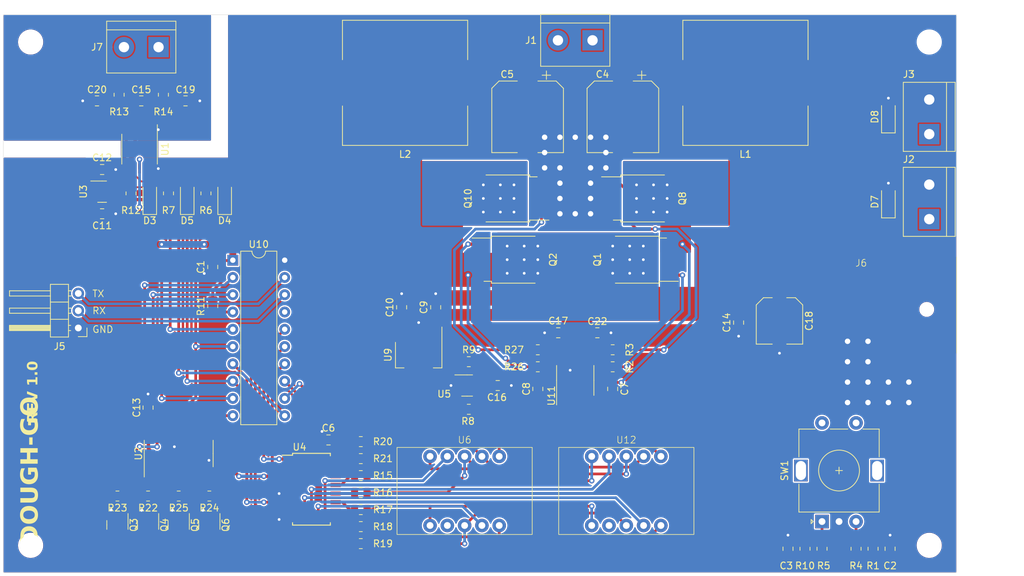
<source format=kicad_pcb>
(kicad_pcb (version 20221018) (generator pcbnew)
  (layers (0 "F.Cu" signal) (31 "B.Cu" signal) (34 "B.Paste" user) (35 "F.Paste" user) (36 "B.SilkS" user "B.Silkscreen") (37 "F.SilkS" user "F.Silkscreen") (38 "B.Mask" user) (39 "F.Mask" user) (44 "Edge.Cuts" user))
  (net 0 "")
  (net 1 "Net-(J1-Pin_2)")
  (net 2 "+12V")
  (net 3 "Net-(J1-Pin_1)")
  (net 4 "+5V")
  (net 5 "Net-(Q3-B)")
  (net 6 "Net-(Q3-C)")
  (net 7 "Net-(Q1-G)")
  (net 8 "Net-(Q2-G)")
  (net 9 "Net-(Q4-B)")
  (net 10 "Net-(Q4-C)")
  (net 11 "Net-(Q5-B)")
  (net 12 "Net-(Q5-C)")
  (net 13 "Net-(Q6-B)")
  (net 14 "Net-(Q6-C)")
  (net 15 "Net-(Q8-G)")
  (net 16 "Net-(Q10-G)")
  (net 17 "Net-(R1-Pad2)")
  (net 18 "Net-(R10-Pad1)")
  (net 21 "Net-(J7-Pin_1)")
  (net 22 "Net-(J7-Pin_2)")
  (net 23 "Net-(U4-Qa)")
  (net 24 "Net-(U4-Qb)")
  (net 25 "Net-(U4-Qc)")
  (net 26 "Net-(U4-Qd)")
  (net 27 "Net-(U4-Qe)")
  (net 28 "Net-(U4-Qf)")
  (net 29 "Net-(U4-Qg)")
  (net 30 "+3.3V")
  (net 31 "Net-(Q1-S)")
  (net 32 "Net-(Q10-D)")
  (net 33 "Net-(U10-RA3{slash}~{MCLR}{slash}VPP)")
  (net 35 "Net-(U1-T-)")
  (net 36 "Net-(U1-T+)")
  (net 37 "Net-(D3-A)")
  (net 38 "Net-(D4-A)")
  (net 39 "Net-(D5-A)")
  (net 40 "Net-(U2-QB)")
  (net 41 "Net-(U2-QA)")
  (net 42 "Net-(U2-QD)")
  (net 43 "Net-(U2-QC)")
  (net 49 "/ENC_B")
  (net 50 "/ENC_A")
  (net 51 "/CS_TC")
  (net 52 "/SCK")
  (net 53 "/DRDY")
  (net 54 "/DEC_B")
  (net 55 "/DEC_C")
  (net 56 "/DEC_D")
  (net 57 "/DEC_A")
  (net 58 "/CS_SR")
  (net 59 "/DIR_SEL")
  (net 60 "/PWM")
  (net 61 "GNDA")
  (net 63 "Net-(U11-BPWM)")
  (net 64 "Net-(U11-APWM)")
  (net 65 "Net-(U11-AHB)")
  (net 66 "Net-(U11-BHB)")
  (net 67 "Net-(U11-AHO)")
  (net 68 "Net-(U11-ALO)")
  (net 69 "Net-(U11-BHO)")
  (net 70 "Net-(U11-BLO)")
  (net 73 "Net-(U12-A)")
  (net 74 "Net-(U12-B)")
  (net 75 "Net-(U12-C)")
  (net 76 "Net-(U12-D)")
  (net 77 "Net-(U12-E)")
  (net 78 "Net-(U12-F)")
  (net 79 "Net-(U12-G)")
  (net 80 "/TX")
  (net 81 "/RX")
  (net 82 "/MOSI")
  (net 83 "/MISO")
  (footprint "TerminalBlock:TerminalBlock_bornier-2_P5.08mm" (layer "F.Cu") (at 183 32.54 90)
    (fp_text reference "J3")
    (fp_text value "FAN2")
  )
  (footprint "Capacitor_SMD:C_0805_2012Metric" (layer "F.Cu") (at 77.75 52.075 -90)
    (fp_text reference "C1")
    (fp_text value "100n")
  )
  (footprint "Capacitor_SMD:C_0805_2012Metric" (layer "F.Cu") (at 94.75 77.5 180)
    (fp_text reference "C6")
    (fp_text value "100n")
  )
  (footprint "Rotary_Encoder:RotaryEncoder_Alps_EC11E-Switch_Vertical_H20mm" (layer "F.Cu") (at 167.25 89.5 90)
    (fp_text reference "SW1")
    (fp_text value "Rotary_Encoder")
  )
  (footprint "Inductor_SMD:L_Wuerth_HCI-1890" (layer "F.Cu") (at 156 25 180)
    (fp_text reference "L1")
    (fp_text value "10u")
  )
  (footprint "Inductor_SMD:L_Wuerth_HCI-1890" (layer "F.Cu") (at 106 25 180)
    (fp_text reference "L2")
    (fp_text value "10u")
  )
  (footprint "TerminalBlock:TerminalBlock_bornier-2_P5.08mm" (layer "F.Cu") (at 133.54 18.75 180)
    (fp_text reference "J1")
    (fp_text value "TEC")
  )
  (footprint "TerminalBlock:TerminalBlock_bornier-2_P5.08mm" (layer "F.Cu") (at 183 45.04 90)
    (fp_text reference "J2")
    (fp_text value "FAN1")
  )
  (footprint "Capacitor_SMD:CP_Elec_10x10" (layer "F.Cu") (at 138 30 -90)
    (fp_text reference "C4")
    (fp_text value "470u")
  )
  (footprint "Capacitor_SMD:CP_Elec_10x10" (layer "F.Cu") (at 124 30 -90)
    (fp_text reference "C5")
    (fp_text value "470u")
  )
  (footprint "Capacitor_SMD:C_0805_2012Metric" (layer "F.Cu") (at 110.5 58 90)
    (fp_text reference "C9")
    (fp_text value "330n")
  )
  (footprint "Capacitor_SMD:C_0805_2012Metric" (layer "F.Cu") (at 105.5 58 90)
    (fp_text reference "C10")
    (fp_text value "100n")
  )
  (footprint "Resistor_SMD:R_0805_2012Metric" (layer "F.Cu") (at 77.75 57.825 90)
    (fp_text reference "R11")
    (fp_text value "10k")
  )
  (footprint "TerminalBlock:TerminalBlock_bornier-2_P5.08mm" (layer "F.Cu") (at 69.79 19.75 180)
    (fp_text reference "J7")
    (fp_text value "TC")
  )
  (footprint "Resistor_SMD:R_0805_2012Metric" (layer "F.Cu") (at 99.5 82.75)
    (fp_text reference "R15")
    (fp_text value "R_US")
  )
  (footprint "Resistor_SMD:R_0805_2012Metric" (layer "F.Cu") (at 99.5 85.25)
    (fp_text reference "R16")
    (fp_text value "R_US")
  )
  (footprint "Resistor_SMD:R_0805_2012Metric" (layer "F.Cu") (at 99.5 87.75)
    (fp_text reference "R17")
    (fp_text value "R_US")
  )
  (footprint "Resistor_SMD:R_0805_2012Metric" (layer "F.Cu") (at 99.5 90.25)
    (fp_text reference "R18")
    (fp_text value "R_US")
  )
  (footprint "Resistor_SMD:R_0805_2012Metric" (layer "F.Cu") (at 99.5 92.75)
    (fp_text reference "R19")
    (fp_text value "R_US")
  )
  (footprint "Resistor_SMD:R_0805_2012Metric" (layer "F.Cu") (at 99.5 77.75)
    (fp_text reference "R20")
    (fp_text value "R_US")
  )
  (footprint "Resistor_SMD:R_0805_2012Metric" (layer "F.Cu") (at 99.5 80.25)
    (fp_text reference "R21")
    (fp_text value "R_US")
  )
  (footprint "Resistor_SMD:R_0805_2012Metric" (layer "F.Cu") (at 68.25 85.75)
    (fp_text reference "R22")
    (fp_text value "10k")
  )
  (footprint "Resistor_SMD:R_0805_2012Metric" (layer "F.Cu") (at 63.75 85.75)
    (fp_text reference "R23")
    (fp_text value "10k")
  )
  (footprint "Resistor_SMD:R_0805_2012Metric" (layer "F.Cu") (at 77.25 85.75)
    (fp_text reference "R24")
    (fp_text value "10k")
  )
  (footprint "Resistor_SMD:R_0805_2012Metric" (layer "F.Cu") (at 72.75 85.75)
    (fp_text reference "R25")
    (fp_text value "10k")
  )
  (footprint "Diode_SMD:D_SOD-123" (layer "F.Cu") (at 177 42.5 90)
    (fp_text reference "D7")
    (fp_text value "D")
  )
  (footprint "Diode_SMD:D_SOD-123" (layer "F.Cu") (at 177 30 90)
    (fp_text reference "D8")
    (fp_text value "D")
  )
  (footprint "Capacitor_SMD:C_0805_2012Metric" (layer "F.Cu") (at 177.25 93.5 -90)
    (fp_text reference "C2")
    (fp_text value "10n")
  )
  (footprint "Capacitor_SMD:C_0805_2012Metric" (layer "F.Cu") (at 162.25 93.5 -90)
    (fp_text reference "C3")
    (fp_text value "10n")
  )
  (footprint "Resistor_SMD:R_0805_2012Metric" (layer "F.Cu") (at 174.75 93.5 90)
    (fp_text reference "R1")
    (fp_text value "10k")
  )
  (footprint "Resistor_SMD:R_0805_2012Metric" (layer "F.Cu") (at 172.25 93.5 -90)
    (fp_text reference "R4")
    (fp_text value "10k")
  )
  (footprint "Resistor_SMD:R_0805_2012Metric" (layer "F.Cu") (at 167.25 93.5 -90)
    (fp_text reference "R5")
    (fp_text value "10k")
  )
  (footprint "Resistor_SMD:R_0805_2012Metric" (layer "F.Cu") (at 164.75 93.5 -90)
    (fp_text reference "R10")
    (fp_text value "10k")
  )
  (footprint "Resistor_SMD:R_0805_2012Metric" (layer "F.Cu") (at 70.5 26.75 -90)
    (fp_text reference "R14")
    (fp_text value "100R")
  )
  (footprint "Capacitor_SMD:C_0805_2012Metric" (layer "F.Cu") (at 119.6125 69.5)
    (fp_text reference "C16")
    (fp_text value "100n")
  )
  (footprint "1_CUSTOM:LTD-4708JR" (layer "F.Cu") (at 138.5 85)
    (fp_text reference "U12")
    (fp_text value "LTD-4708JR")
  )
  (footprint "Package_DIP:DIP-20_W7.62mm" (layer "F.Cu") (at 80.7 51.075)
    (fp_text reference "U10")
    (fp_text value "PIC16F18344-P")
  )
  (footprint "Capacitor_SMD:C_0805_2012Metric" (layer "F.Cu") (at 134.25 61.75)
    (fp_text reference "C22")
    (fp_text value "1u")
  )
  (footprint "Capacitor_SMD:C_0805_2012Metric" (layer "F.Cu") (at 68.25 72.75 90)
    (fp_text reference "C13")
    (fp_text value "100n")
  )
  (footprint "Package_TO_SOT_SMD:SOT-23" (layer "F.Cu") (at 61.5 41)
    (fp_text reference "U3")
    (fp_text value "TLV76033")
  )
  (footprint "Package_TO_SOT_SMD:SOT-23" (layer "F.Cu") (at 77.25 90 -90)
    (fp_text reference "Q6")
    (fp_text value "BC846")
  )
  (footprint "Capacitor_SMD:C_0805_2012Metric" (layer "F.Cu") (at 60.75 27.65)
    (fp_text reference "C20")
    (fp_text value "10n")
  )
  (footprint "Package_SO:TSSOP-14_4.4x5mm_P0.65mm" (layer "F.Cu") (at 67 34.75 -90)
    (fp_text reference "U1")
    (fp_text value "MAX31856")
  )
  (footprint "MountingHole:MountingHole_3.2mm_M3" (layer "F.Cu") (at 51 93)
    (fp_text reference "H3" hide)
    (fp_text value "MountingHole" hide)
  )
  (footprint "Package_TO_SOT_SMD:TO-252-2" (layer "F.Cu") (at 141 42)
    (fp_text reference "Q8")
    (fp_text value "Q_NMOS_GDS")
  )
  (footprint "Resistor_SMD:R_0805_2012Metric" (layer "F.Cu") (at 125.5 66.75)
    (fp_text reference "R26")
    (fp_text value "10R")
  )
  (footprint "Package_TO_SOT_SMD:SOT-23" (layer "F.Cu") (at 68.25 90 -90)
    (fp_text reference "Q4")
    (fp_text value "BC846")
  )
  (footprint "Connector_PinHeader_2.54mm:PinHeader_1x03_P2.54mm_Horizontal" (layer "F.Cu") (at 58 61.04 180)
    (fp_text reference "J5")
    (fp_text value "UART")
  )
  (footprint "Package_TO_SOT_SMD:SOT-23-6" (layer "F.Cu") (at 115.1125 69.5)
    (fp_text reference "U5")
    (fp_text value "74LVC1G18")
  )
  (footprint "Diode_SMD:D_SOD-123" (layer "F.Cu") (at 79.5 42 90)
    (fp_text reference "D4")
    (fp_text value "D")
  )
  (footprint "Resistor_SMD:R_0805_2012Metric" (layer "F.Cu") (at 115.3625 73 180)
    (fp_text reference "R8")
    (fp_text value "10k")
  )
  (footprint "Resistor_SMD:R_0805_2012Metric" (layer "F.Cu") (at 64 26.75 -90)
    (fp_text reference "R13")
    (fp_text value "100R")
  )
  (footprint "Package_TO_SOT_SMD:TO-252-2" (layer "F.Cu") (at 121 42 180)
    (fp_text reference "Q10")
    (fp_text value "Q_NMOS_GDS")
  )
  (footprint "Package_TO_SOT_SMD:SOT-23" (layer "F.Cu") (at 72.75 90 -90)
    (fp_text reference "Q5")
    (fp_text value "BC846")
  )
  (footprint "Package_TO_SOT_SMD:TO-252-2" (layer "F.Cu") (at 140 51 180)
    (fp_text reference "Q1")
    (fp_text value "Q_NMOS_GDS")
  )
  (footprint "Capacitor_SMD:C_0805_2012Metric" (layer "F.Cu") (at 128.5 61.75 180)
    (fp_text reference "C17")
    (fp_text value "1u")
  )
  (footprint "Capacitor_SMD:C_Elec_6.3x5.4" (layer "F.Cu") (at 161 60 -90)
    (fp_text reference "C18")
    (fp_text value "100u")
  )
  (footprint "Resistor_SMD:R_0805_2012Metric" (layer "F.Cu") (at 65.75 41.25 90)
    (fp_text reference "R12")
    (fp_text value "10k")
  )
  (footprint "Diode_SMD:D_SOD-123" (layer "F.Cu") (at 74 42 90)
    (fp_text reference "D5")
    (fp_text value "D")
  )
  (footprint "1_CUSTOM:LTD-4708JR" (layer "F.Cu") (at 114.75 85)
    (fp_text reference "U6")
    (fp_text value "LTD-4708JR")
  )
  (footprint "Capacitor_SMD:C_0805_2012Metric" (layer "F.Cu") (at 125.5 70 90)
    (fp_text reference "C8")
    (fp_text value "1u")
  )
  (footprint "Resistor_SMD:R_0805_2012Metric" (layer "F.Cu") (at 115.3625 66)
    (fp_text reference "R9")
    (fp_text value "10k")
  )
  (footprint "Resistor_SMD:R_0805_2012Metric" (layer "F.Cu") (at 71.25 41.25 90)
    (fp_text reference "R7")
    (fp_text value "10k")
  )
  (footprint "Resistor_SMD:R_0805_2012Metric" (layer "F.Cu") (at 136.5 66.75)
    (fp_text reference "R2")
    (fp_text value "10R")
  )
  (footprint "Package_TO_SOT_SMD:SOT-223" (layer "F.Cu") (at 108 65 -90)
    (fp_text reference "U9")
    (fp_text value "uA7805")
  )
  (footprint "MountingHole:MountingHole_3.2mm_M3" (layer "F.Cu") (at 183 93)
    (fp_text reference "H4" hide)
    (fp_text value "MountingHole" hide)
  )
  (footprint "Package_TO_SOT_SMD:TO-252-2" (layer "F.Cu") (at 122 51)
    (fp_text reference "Q2")
    (fp_text value "Q_NMOS_GDS")
  )
  (footprint "Resistor_SMD:R_0805_2012Metric" (layer "F.Cu") (at 76.75 41.25 90)
    (fp_text reference "R6")
    (fp_text value "10k")
  )
  (footprint "Capacitor_SMD:C_0805_2012Metric" (layer "F.Cu") (at 61.5 37.75)
    (fp_text reference "C12")
    (fp_text value "100n")
  )
  (footprint "Capacitor_SMD:C_0805_2012Metric" (layer "F.Cu") (at 61.5 44.25)
    (fp_text reference "C11")
    (fp_text value "100n")
  )
  (footprint "Resistor_SMD:R_0805_2012Metric" (layer "F.Cu") (at 125.5 64.25)
    (fp_text reference "R27")
    (fp_text value "2R")
  )
  (footprint "Capacitor_SMD:C_0805_2012Metric" (layer "F.Cu") (at 136.5 70 -90)
    (fp_text reference "C7")
    (fp_text value "1u")
  )
  (footprint "Capacitor_SMD:C_0805_2012Metric" (layer "F.Cu") (at 155 60.25 -90)
    (fp_text reference "C14")
    (fp_text value "4.7u")
  )
  (footprint "Resistor_SMD:R_0805_2012Metric" (layer "F.Cu") (at 136.5 64.25)
    (fp_text reference "R3")
    (fp_text value "2R")
  )
  (footprint "Capacitor_SMD:C_0805_2012Metric" (layer "F.Cu") (at 73.75 27.65 180)
    (fp_text reference "C19")
    (fp_text value "10n")
  )
  (footprint "Capacitor_SMD:C_0805_2012Metric" (layer "F.Cu") (at 67.25 27.65 180)
    (fp_text reference "C15")
    (fp_text value "100n")
  )
  (footprint "MountingHole:MountingHole_3.2mm_M3" (layer "F.Cu") (at 51 19)
    (fp_text reference "H1" hide)
    (fp_text value "MountingHole" hide)
  )
  (footprint "1_CUSTOM:RASM10PS" (layer "F.Cu") (at 169.727 57.5461 180)
    (fp_text reference "J6")
    (fp_text value "Barrel_Jack_Switch")
  )
  (footprint "Package_SO:SOIC-16W_5.3x10.2mm_P1.27mm" (layer "F.Cu") (at 92.25 84.75)
    (fp_text reference "U4")
    (fp_text value "4511")
  )
  (footprint "Package_SO:TSSOP-16_4.4x5mm_P0.65mm" (layer "F.Cu") (at 131 68.75 90)
    (fp_text reference "U11")
    (fp_text value "MIC4606-2")
  )
  (footprint "Package_SO:SOIC-16_3.9x9.9mm_P1.27mm" (layer "F.Cu") (at 72.75 79.5 90)
    (fp_text reference "U2")
    (fp_text value "74AHC595")
  )
  (footprint "Diode_SMD:D_SOD-123" (layer "F.Cu") (at 68.5 42 90)
    (fp_text reference "D3")
    (fp_text value "D")
  )
  (footprint "Package_TO_SOT_SMD:SOT-23" (layer "F.Cu") (at 63.75 90 -90)
    (fp_text reference "Q3")
    (fp_text value "BC846")
  )
  (footprint "MountingHole:MountingHole_3.2mm_M3" (layer "F.Cu") (at 183 19)
    (fp_text reference "H2" hide)
    (fp_text value "MountingHole" hide)
  )
  (gr_line (start 47 97) (end 47 15) (stroke (width 0.05)) (layer "Edge.Cuts"))
  (gr_line (start 187 97) (end 47 97) (stroke (width 0.05)) (layer "Edge.Cuts"))
  (gr_line (start 187 15) (end 187 97) (stroke (width 0.05)) (layer "Edge.Cuts"))
  (gr_line (start 47 15) (end 187 15) (stroke (width 0.05)) (layer "Edge.Cuts"))
  (gr_text "DOUGH-GO" (at 51 82 90) (layer "F.SilkS") (effects (font (size 2.5 2.5) (thickness 0.5) bold)))
  (gr_text "GND" (at 60 61.25) (layer "F.SilkS") (effects (font (size 1 1) (thickness 0.125)) (justify left)))
  (gr_text "RX" (at 60 58.5) (layer "F.SilkS") (effects (font (size 1 1) (thickness 0.125)) (justify left)))
  (gr_text "TX" (at 60 56) (layer "F.SilkS") (effects (font (size 1 1) (thickness 0.125)) (justify left)))
  (gr_text "REV 1.0" (at 52.25 75 90) (layer "F.SilkS") (effects (font (size 1.5 1.5) (thickness 0.3) bold) (justify left bottom)))
  (segment (start 131.325 65.8875) (end 131.325 67.925) (width 0.5) (layer "F.Cu") (net 2))
  (segment (start 129.375 69.875) (end 129.375 71.6125) (width 0.5) (layer "F.Cu") (net 2))
  (segment (start 131.325 67.925) (end 129.375 69.875) (width 0.5) (layer "F.Cu") (net 2))
  (via (at 139 53) (size 0.8) (drill 0.4) (layers "F.Cu" "B.Cu") (net 2))
  (via (at 125.5 53) (size 0.8) (drill 0.4) (layers "F.Cu" "B.Cu") (net 2))
  (via (at 136.5 53) (size 0.8) (drill 0.4) (layers "F.Cu" "B.Cu") (net 2))
  (via (at 141 49) (size 0.8) (drill 0.4) (layers "F.Cu" "B.Cu") (net 2))
  (via (at 125.5 49) (size 0.8) (drill 0.4) (layers "F.Cu" "B.Cu") (net 2))
  (via (at 139 51) (size 0.8) (drill 0.4) (layers "F.Cu" "B.Cu") (net 2))
  (via (at 136.5 49) (size 0.8) (drill 0.4) (layers "F.Cu" "B.Cu") (net 2))
  (via (at 141 51) (size 0.8) (drill 0.4) (layers "F.Cu" "B.Cu") (net 2))
  (via (at 136.5 51) (size 0.8) (drill 0.4) (layers "F.Cu" "B.Cu") (net 2))
  (via (at 121 53) (size 0.8) (drill 0.4) (layers "F.Cu" "B.Cu") (net 2))
  (via (at 141 53) (size 0.8) (drill 0.4) (layers "F.Cu" "B.Cu") (net 2))
  (via (at 121 49) (size 0.8) (drill 0.4) (layers "F.Cu" "B.Cu") (net 2))
  (via (at 123.5 51) (size 0.8) (drill 0.4) (layers "F.Cu" "B.Cu") (net 2))
  (via (at 121 51) (size 0.8) (drill 0.4) (layers "F.Cu" "B.Cu") (net 2))
  (via (at 139 49) (size 0.8) (drill 0.4) (layers "F.Cu" "B.Cu") (net 2))
  (via (at 123.5 53) (size 0.8) (drill 0.4) (layers "F.Cu" "B.Cu") (net 2))
  (via (at 125.5 51) (size 0.8) (drill 0.4) (layers "F.Cu" "B.Cu") (net 2))
  (via (at 123.5 49) (size 0.8) (drill 0.4) (layers "F.Cu" "B.Cu") (net 2))
  (segment (start 80.7 48.8) (end 80.7 51.075) (width 1) (layer "F.Cu") (net 4))
  (segment (start 60.55 46.45) (end 60.55 44.25) (width 1) (layer "F.Cu") (net 4))
  (segment (start 115.0375 67.675) (end 115.0375 69.5) (width 0.4) (layer "F.Cu") (net 4))
  (segment (start 114.45 66) (end 114.45 67.0875) (width 0.4) (layer "F.Cu") (net 4))
  (segment (start 68.305 77.025) (end 68.305 78.805) (width 0.5) (layer "F.Cu") (net 4))
  (segment (start 88.7 82.845) (end 85.25 82.845) (width 0.5) (layer "F.Cu") (net 4))
  (segment (start 60.55 44.25) (end 60.55 41.9625) (width 0.5) (layer "F.Cu") (net 4))
  (segment (start 114.4 65.95) (end 114.45 66) (width 1) (layer "F.Cu") (net 4))
  (segment (start 114.45 73) (end 99.25 73) (width 1) (layer "F.Cu") (net 4))
  (segment (start 75.925 79.5) (end 75.925 77.025) (width 0.5) (layer "F.Cu") (net 4))
  (segment (start 70.25 48.75) (end 62.85 48.75) (width 1) (layer "F.Cu") (net 4))
  (segment (start 141.5 74.5) (end 115 74.5) (width 0.4) (layer "F.Cu") (net 4))
  (segment (start 77.75 51.125) (end 79.25 51.125) (width 0.4) (layer "F.Cu") (net 4))
  (segment (start 90.155 82.845) (end 92.695 80.305) (width 0.5) (layer "F.Cu") (net 4))
  (segment (start 77.75 56.9125) (end 77.75 55.575) (width 0.4) (layer "F.Cu") (net 4))
  (segment (start 105.7 61.85) (end 94.85 61.85) (width 1) (layer "F.Cu") (net 4))
  (segment (start 167 93.5) (end 160.5 93.5) (width 0.4) (layer "F.Cu") (net 4))
  (segment (start 114.45 67.0875) (end 115.0375 67.675) (width 0.4) (layer "F.Cu") (net 4))
  (segment (start 114.45 71.9125) (end 114.45 73) (width 0.4) (layer "F.Cu") (net 4))
  (segment (start 116.25 69.5) (end 118.6625 69.5) (width 0.4) (layer "F.Cu") (net 4))
  (segment (start 167.25 94.4125) (end 167.25 93.75) (width 0.4) (layer "F.Cu") (net 4))
  (segment (start 167.25 94.4125) (end 172.25 94.4125) (width 0.4) (layer "F.Cu") (net 4))
  (segment (start 108 66) (end 112 66) (width 1) (layer "F.Cu") (net 4))
  (segment (start 94.85 61.85) (end 91.25 58.25) (width 1) (layer "F.Cu") (net 4))
  (segment (start 68.305 78.805) (end 69 79.5) (width 0.5) (layer "F.Cu") (net 4))
  (segment (start 88.7 84.115) (end 88.7 82.845) (width 0.4) (layer "F.Cu") (net 4))
  (segment (start 115.0375 71.325) (end 114.45 71.9125) (width 0.4) (layer "F.Cu") (net 4))
  (segment (start 95.8 76.45) (end 95.8 80.305) (width 1) (layer "F.Cu") (net 4))
  (segment (start 77.75 55.575) (end 79.25 54.075) (width 0.4) (layer "F.Cu") (net 4))
  (segment (start 167.25 93.75) (end 167 93.5) (width 0.4) (layer "F.Cu") (net 4))
  (segment (start 116.25 69.5) (end 115.0375 69.5) (width 0.4) (layer "F.Cu") (net 4))
  (segment (start 88.7 82.845) (end 90.155 82.845) (width 0.5) (layer "F.Cu") (net 4))
  (segment (start 115 74.5) (end 114.45 73.95) (width 0.4) (layer "F.Cu") (net 4))
  (segment (start 114.45 73.95) (end 114.45 73) (width 0.4) (layer "F.Cu") (net 4))
  (segment (start 105.7 61.85) (end 105.7 63.7) (width 1) (layer "F.Cu") (net 4))
  (segment (start 81.595 82.845) (end 78.25 79.5) (width 0.5) (layer "F.Cu") (net 4))
  (segment (start 91.25 51.25) (end 88.75 48.75) (width 1) (layer "F.Cu") (net 4))
  (segment (start 68.305 77.025) (end 68.305 73.755) (width 0.5) (layer "F.Cu") (net 4))
  (segment (start 115.0375 69.5) (end 115.0375 71.325) (width 0.4) (layer "F.Cu") (net 4))
  (segment (start 105.7 63.7) (end 108 66) (width 1) (layer "F.Cu") (net 4))
  (segment (start 76.5 48.75) (end 82.5 48.75) (width 1) (layer "F.Cu") (net 4))
  (segment (start 91.25 58.25) (end 91.25 51.25) (width 1) (layer "F.Cu") (net 4))
  (segment (start 79.25 54.075) (end 79.25 51.125) (width 0.4) (layer "F.Cu") (net 4))
  (segment (start 79.25 51.125) (end 80.65 51.125) (width 0.4) (layer "F.Cu") (net 4))
  (segment (start 80.75 48.75) (end 80.7 48.8) (width 1) (layer "F.Cu") (net 4))
  (segment (start 69 79.5) (end 78.25 79.5) (width 0.5) (layer "F.Cu") (net 4))
  (segment (start 112 66) (end 114.45 66) (width 1) (layer "F.Cu") (net 4))
  (segment (start 99.25 73) (end 95.8 76.45) (width 1) (layer "F.Cu") (net 4))
  (segment (start 92.695 80.305) (end 95.8 80.305) (width 0.5) (layer "F.Cu") (net 4))
  (segment (start 62.85 48.75) (end 60.55 46.45) (width 1) (layer "F.Cu") (net 4))
  (segment (start 160.5 93.5) (end 141.5 74.5) (width 0.4) (layer "F.Cu") (net 4))
  (segment (start 88.75 48.75) (end 82.5 48.75) (width 1) (layer "F.Cu") (net 4))
  (via (at 70.25 48.75) (size 0.8) (drill 0.4) (layers "F.Cu" "B.Cu") (net 4))
  (via (at 85.25 82.845) (size 0.8) (drill 0.4) (layers "F.Cu" "B.Cu") (net 4))
  (via (at 76.5 48.75) (size 0.8) (drill 0.4) (layers "F.Cu" "B.Cu") (net 4))
  (via (at 81.595 82.845) (size 0.8) (drill 0.4) (layers "F.Cu" "B.Cu") (net 4))
  (segment (start 85.25 82.845) (end 81.595 82.845) (width 0.5) (layer "B.Cu") (net 4))
  (segment (start 70.25 48.75) (end 76.5 48.75) (width 1) (layer "B.Cu") (net 4))
  (segment (start 64.7 89.0625) (end 64.7 85.7875) (width 0.25) (layer "F.Cu") (net 5))
  (segment (start 64.5 91) (end 63.75 91) (width 0.4) (layer "F.Cu") (net 6))
  (segment (start 90 93.75) (end 67.25 93.75) (width 0.4) (layer "F.Cu") (net 6))
  (segment (start 67.25 93.75) (end 64.5 91) (width 0.4) (layer "F.Cu") (net 6))
  (segment (start 94.25 89.5) (end 90 93.75) (width 0.4) (layer "F.Cu") (net 6))
  (segment (start 94.25 83.5) (end 94.25 89.5) (width 0.4) (layer "F.Cu") (net 6))
  (via (at 94.25 83.5) (size 0.8) (drill 0.4) (layers "F.Cu" "B.Cu") (net 6))
  (segment (start 112.25 79.88) (end 112.21 79.92) (width 0.4) (layer "B.Cu") (net 6))
  (segment (start 108.63 83.5) (end 112.21 79.92) (width 0.4) (layer "B.Cu") (net 6))
  (segment (start 94.25 83.5) (end 108.63 83.5) (width 0.4) (layer "B.Cu") (net 6))
  (segment (start 137.4125 66.75) (end 138.5 66.75) (width 0.4) (layer "F.Cu") (net 7))
  (segment (start 145.04 53.28) (end 146.75 53.28) (width 0.5) (layer "F.Cu") (net 7))
  (via (at 146.75 53.28) (size 0.8) (drill 0.4) (layers "F.Cu" "B.Cu") (net 7))
  (via (at 138.5 66.75) (size 0.8) (drill 0.4) (layers "F.Cu" "B.Cu") (net 7))
  (segment (start 138.5 66.75) (end 146.75 58.5) (width 0.4) (layer "B.Cu") (net 7))
  (segment (start 146.75 58.5) (end 146.75 53.28) (width 0.4) (layer "B.Cu") (net 7))
  (segment (start 124.5875 66.75) (end 123.5 66.75) (width 0.4) (layer "F.Cu") (net 8))
  (segment (start 116.96 48.72) (end 115.25 48.72) (width 0.5) (layer "F.Cu") (net 8))
  (via (at 123.5 66.75) (size 0.8) (drill 0.4) (layers "F.Cu" "B.Cu") (net 8))
  (via (at 115.25 48.72) (size 0.8) (drill 0.4) (layers "F.Cu" "B.Cu") (net 8))
  (segment (start 120.5 66.75) (end 114.25 60.5) (width 0.4) (layer "B.Cu") (net 8))
  (segment (start 114.25 49.72) (end 115.25 48.72) (width 0.4) (layer "B.Cu") (net 8))
  (segment (start 114.25 60.5) (end 114.25 49.72) (width 0.4) (layer "B.Cu") (net 8))
  (segment (start 123.5 66.75) (end 120.5 66.75) (width 0.4) (layer "B.Cu") (net 8))
  (segment (start 69.2 89.0625) (end 69.2 85.7875) (width 0.25) (layer "F.Cu") (net 9))
  (segment (start 93.25 89.25) (end 89.5 93) (width 0.4) (layer "F.Cu") (net 10))
  (segment (start 71 93) (end 69 91) (width 0.4) (layer "F.Cu") (net 10))
  (segment (start 89.5 93) (end 71 93) (width 0.4) (layer "F.Cu") (net 10))
  (segment (start 93.25 87.25) (end 93.25 89.25) (width 0.4) (layer "F.Cu") (net 10))
  (segment (start 69 91) (end 68.25 91) (width 0.4) (layer "F.Cu") (net 10))
  (via (at 93.25 87.25) (size 0.8) (drill 0.4) (layers "F.Cu" "B.Cu") (net 10))
  (segment (start 114.46 87.25) (end 117.29 90.08) (width 0.4) (layer "B.Cu") (net 10))
  (segment (start 93.25 87.25) (end 114.46 87.25) (width 0.4) (layer "B.Cu") (net 10))
  (segment (start 73.7 89.0625) (end 73.7 85.7875) (width 0.25) (layer "F.Cu") (net 11))
  (segment (start 74.75 92.25) (end 89 92.25) (width 0.4) (layer "F.Cu") (net 12))
  (segment (start 89 92.25) (end 92.25 89) (width 0.4) (layer "F.Cu") (net 12))
  (segment (start 73.5 91) (end 74.75 92.25) (width 0.4) (layer "F.Cu") (net 12))
  (segment (start 92.25 89) (end 92.25 84.75) (width 0.4) (layer "F.Cu") (net 12))
  (segment (start 72.75 91) (end 73.5 91) (width 0.4) (layer "F.Cu") (net 12))
  (via (at 92.25 84.75) (size 0.8) (drill 0.4) (layers "F.Cu" "B.Cu") (net 12))
  (segment (start 133.5 84.75) (end 135.96 82.29) (width 0.4) (layer "B.Cu") (net 12))
  (segment (start 92.25 84.75) (end 133.5 84.75) (width 0.4) (layer "B.Cu") (net 12))
  (segment (start 135.96 82.29) (end 135.96 79.92) (width 0.4) (layer "B.Cu") (net 12))
  (segment (start 78.2 89.0625) (end 78.2 85.7875) (width 0.25) (layer "F.Cu") (net 13))
  (segment (start 78.5 91.5) (end 78 91) (width 0.4) (layer "F.Cu") (net 14))
  (segment (start 78 91) (end 77.25 91) (width 0.4) (layer "F.Cu") (net 14))
  (segment (start 88.625 91.5) (end 78.5 91.5) (width 0.4) (layer "F.Cu") (net 14))
  (segment (start 91.25 88.875) (end 88.625 91.5) (width 0.4) (layer "F.Cu") (net 14))
  (segment (start 91.25 86) (end 91.25 88.875) (width 0.4) (layer "F.Cu") (net 14))
  (via (at 91.25 86) (size 0.8) (drill 0.4) (layers "F.Cu" "B.Cu") (net 14))
  (segment (start 136.96 86) (end 141.04 90.08) (width 0.4) (layer "B.Cu") (net 14))
  (segment (start 91.25 86) (end 136.96 86) (width 0.4) (layer "B.Cu") (net 14))
  (segment (start 140 46.5) (end 142.75 46.5) (width 0.4) (layer "F.Cu") (net 15))
  (segment (start 135.96 39.72) (end 137.47 39.72) (width 0.4) (layer "F.Cu") (net 15))
  (segment (start 137.47 39.72) (end 138.25 40.5) (width 0.4) (layer "F.Cu") (net 15))
  (segment (start 144 64.25) (end 137.4125 64.25) (width 0.4) (layer "F.Cu") (net 15))
  (segment (start 138.25 40.5) (end 138.25 44.75) (width 0.4) (layer "F.Cu") (net 15))
  (segment (start 138.25 44.75) (end 140 46.5) (width 0.4) (layer "F.Cu") (net 15))
  (via (at 142.75 46.5) (size 0.8) (drill 0.4) (layers "F.Cu" "B.Cu") (net 15))
  (via (at 144 64.25) (size 0.8) (drill 0.4) (layers "F.Cu" "B.Cu") (net 15))
  (segment (start 148.75 59.5) (end 148.75 49.25) (width 0.4) (layer "B.Cu") (net 15))
  (segment (start 148.75 49.25) (end 146 46.5) (width 0.4) (layer "B.Cu") (net 15))
  (segment (start 146 46.5) (end 142.75 46.5) (width 0.4) (layer "B.Cu") (net 15))
  (segment (start 144 64.25) (end 148.75 59.5) (width 0.4) (layer "B.Cu") (net 15))
  (segment (start 116.75 64.25) (end 124.5875 64.25) (width 0.4) (layer "F.Cu") (net 16))
  (segment (start 126.04 44.28) (end 126.04 45.5) (width 0.4) (layer "F.Cu") (net 16))
  (via (at 126.04 45.5) (size 0.8) (drill 0.4) (layers "F.Cu" "B.Cu") (net 16))
  (via (at 116.75 64.25) (size 0.8) (drill 0.4) (layers "F.Cu" "B.Cu") (net 16))
  (segment (start 113.25 49.588629) (end 116.338629 46.5) (width 0.4) (layer "B.Cu") (net 16))
  (segment (start 113.25 60.75) (end 113.25 49.588629) (width 0.4) (layer "B.Cu") (net 16))
  (segment (start 116.338629 46.5) (end 125.04 46.5) (width 0.4) (layer "B.Cu") (net 16))
  (segment (start 116.75 64.25) (end 113.25 60.75) (width 0.4) (layer "B.Cu") (net 16))
  (segment (start 125.04 46.5) (end 126.04 45.5) (width 0.4) (layer "B.Cu") (net 16))
  (segment (start 172.25 89.503) (end 172.24 89.493) (width 0.4) (layer "F.Cu") (net 17))
  (segment (start 174.75 92.5875) (end 172.25 92.5875) (width 0.4) (layer "F.Cu") (net 17))
  (segment (start 172.25 92.5875) (end 172.25 89.503) (width 0.4) (layer "F.Cu") (net 17))
  (segment (start 167.25 92.5875) (end 164.75 92.5875) (width 0.4) (layer "F.Cu") (net 18))
  (segment (start 167.25 92.5875) (end 167.25 89.503) (width 0.4) (layer "F.Cu") (net 18))
  (segment (start 167.25 89.503) (end 167.24 89.493) (width 0.4) (layer "F.Cu") (net 18))
  (segment (start 68.3 31.8875) (end 68.3 31.125) (width 0.25) (layer "F.Cu") (net 21))
  (segment (start 70.425 29) (end 73.244087 29) (width 0.25) (layer "F.Cu") (net 21))
  (segment (start 68.3 31.125) (end 70.425 29) (width 0.25) (layer "F.Cu") (net 21))
  (segment (start 73.75 28.494087) (end 73.75 26.75) (width 0.25) (layer "F.Cu") (net 21))
  (segment (start 72.8375 25.8375) (end 70.5 25.8375) (width 0.25) (layer "F.Cu") (net 21))
  (segment (start 73.75 26.75) (end 72.8375 25.8375) (width 0.25) (layer "F.Cu") (net 21))
  (segment (start 73.244087 29) (end 73.75 28.494087) (width 0.25) (layer "F.Cu") (net 21))
  (segment (start 96.635 84.115) (end 95.8 84.115) (width 0.4) (layer "F.Cu") (net 23))
  (segment (start 98.5875 82.75) (end 98 82.75) (width 0.4) (layer "F.Cu") (net 23))
  (segment (start 98 82.75) (end 96.635 84.115) (width 0.4) (layer "F.Cu") (net 23))
  (segment (start 98.4525 85.385) (end 95.8 85.385) (width 0.4) (layer "F.Cu") (net 24))
  (segment (start 97.875 87.75) (end 96.78 86.655) (width 0.4) (layer "F.Cu") (net 25))
  (segment (start 96.78 86.655) (end 95.8 86.655) (width 0.4) (layer "F.Cu") (net 25))
  (segment (start 98.5875 87.75) (end 97.875 87.75) (width 0.4) (layer "F.Cu") (net 25))
  (segment (start 97.75 90.25) (end 97.25 89.75) (width 0.4) (layer "F.Cu") (net 26))
  (segment (start 97.25 89.75) (end 97.25 88.25) (width 0.4) (layer "F.Cu") (net 26))
  (segment (start 97.25 88.25) (end 96.925 87.925) (width 0.4) (layer "F.Cu") (net 26))
  (segment (start 98.5875 90.25) (end 97.75 90.25) (width 0.4) (layer "F.Cu") (net 26))
  (segment (start 96.925 87.925) (end 95.8 87.925) (width 0.4) (layer "F.Cu") (net 26))
  (segment (start 95.8 90.8) (end 97.75 92.75) (width 0.4) (layer "F.Cu") (net 27))
  (segment (start 98.5875 92.75) (end 97.75 92.75) (width 0.4) (layer "F.Cu") (net 27))
  (segment (start 95.8 89.195) (end 95.8 90.8) (width 0.4) (layer "F.Cu") (net 27))
  (segment (start 97.15 81.225) (end 96.8 81.575) (width 0.4) (layer "F.Cu") (net 28))
  (segment (start 97.75 77.75) (end 97.15 78.35) (width 0.4) (layer "F.Cu") (net 28))
  (segment (start 98.5875 77.75) (end 97.75 77.75) (width 0.4) (layer "F.Cu") (net 28))
  (segment (start 96.8 81.575) (end 95.8 81.575) (width 0.4) (layer "F.Cu") (net 28))
  (segment (start 97.15 78.35) (end 97.15 81.225) (width 0.4) (layer "F.Cu") (net 28))
  (segment (start 98.5875 80.25) (end 98 80.25) (width 0.4) (layer "F.Cu") (net 29))
  (segment (start 96.829264 82.845) (end 95.8 82.845) (width 0.4) (layer "F.Cu") (net 29))
  (segment (start 97.75 81.924264) (end 96.829264 82.845) (width 0.4) (layer "F.Cu") (net 29))
  (segment (start 98 80.25) (end 97.75 80.5) (width 0.4) (layer "F.Cu") (net 29))
  (segment (start 97.75 80.5) (end 97.75 81.924264) (width 0.4) (layer "F.Cu") (net 29))
  (segment (start 65.05 36.747182) (end 65.05 37.6125) (width 0.5) (layer "F.Cu") (net 30))
  (segment (start 64.25 41.75) (end 64.25 40) (width 0.5) (layer "F.Cu") (net 30))
  (segment (start 64.25 40) (end 64.2 40.05) (width 0.5) (layer "F.Cu") (net 30))
  (segment (start 65.75 42.1625) (end 64.6625 42.1625) (width 0.5) (layer "F.Cu") (net 30))
  (segment (start 71.25 42.1625) (end 65.75 42.1625) (width 0.5) (layer "F.Cu") (net 30))
  (segment (start 65.05 37.6125) (end 65.05 39.2) (width 0.5) (layer "F.Cu") (net 30))
  (segment (start 64.2 40.05) (end 60.5625 40.05) (width 0.5) (layer "F.Cu") (net 30))
  (segment (start 60.55 37.75) (end 60.55 40.0375) (width 0.5) (layer "F.Cu") (net 30))
  (segment (start 66.35 35.447182) (end 65.05 36.747182) (width 0.5) (layer "F.Cu") (net 30))
  (segment (start 65.05 39.2) (end 64.25 40) (width 0.5) (layer "F.Cu") (net 30))
  (segment (start 71.25 42.1625) (end 76.75 42.1625) (width 0.5) (layer "F.Cu") (net 30))
  (segment (start 64.6625 42.1625) (end 64.25 41.75) (width 0.5) (layer "F.Cu") (net 30))
  (segment (start 66.35 31.8875) (end 66.35 35.447182) (width 0.5) (layer "F.Cu") (net 30))
  (segment (start 132.625 65.8875) (end 132.625 66.875) (width 0.4) (layer "F.Cu") (net 31))
  (segment (start 134.8 69.05) (end 136.5 69.05) (width 0.4) (layer "F.Cu") (net 31))
  (segment (start 132.625 66.875) (end 134.8 69.05) (width 0.4) (layer "F.Cu") (net 31))
  (segment (start 136.5 69.05) (end 137.75 69.05) (width 0.4) (layer "F.Cu") (net 31))
  (via (at 146.75 48.72) (size 0.8) (drill 0.4) (layers "F.Cu" "B.Cu") (net 31))
  (via (at 140 40) (size 0.8) (drill 0.4) (layers "F.Cu" "B.Cu") (net 31))
  (via (at 142.5 42) (size 0.8) (drill 0.4) (layers "F.Cu" "B.Cu") (net 31))
  (via (at 144.5 44) (size 0.8) (drill 0.4) (layers "F.Cu" "B.Cu") (net 31))
  (via (at 140 44) (size 0.8) (drill 0.4) (layers "F.Cu" "B.Cu") (net 31))
  (via (at 137.75 69.05) (size 0.8) (drill 0.4) (layers "F.Cu" "B.Cu") (net 31))
  (via (at 142.5 40) (size 0.8) (drill 0.4) (layers "F.Cu" "B.Cu") (net 31))
  (via (at 144.5 42) (size 0.8) (drill 0.4) (layers "F.Cu" "B.Cu") (net 31))
  (via (at 144.5 40) (size 0.8) (drill 0.4) (layers "F.Cu" "B.Cu") (net 31))
  (via (at 140 42) (size 0.8) (drill 0.4) (layers "F.Cu" "B.Cu") (net 31))
  (via (at 142.5 44) (size 0.8) (drill 0.4) (layers "F.Cu" "B.Cu") (net 31))
  (segment (start 147.75 59.05) (end 147.75 49.72) (width 0.4) (layer "B.Cu") (net 31))
  (segment (start 147.75 49.72) (end 146.75 48.72) (width 0.4) (layer "B.Cu") (net 31))
  (segment (start 137.75 69.05) (end 147.75 59.05) (width 0.4) (layer "B.Cu") (net 31))
  (segment (start 129.375 66.782108) (end 129.375 65.8875) (width 0.4) (layer "F.Cu") (net 32))
  (segment (start 116.96 53.28) (end 115.25 53.28) (width 0.4) (layer "F.Cu") (net 32))
  (segment (start 120.75 65.5) (end 124.3 69.05) (width 0.4) (layer "F.Cu") (net 32))
  (segment (start 127.107108 69.05) (end 129.375 66.782108) (width 0.4) (layer "F.Cu") (net 32))
  (segment (start 124.3 69.05) (end 125.5 69.05) (width 0.4) (layer "F.Cu") (net 32))
  (segment (start 125.5 69.05) (end 127.107108 69.05) (width 0.4) (layer "F.Cu") (net 32))
  (via (at 117.5 40) (size 0.8) (drill 0.4) (layers "F.Cu" "B.Cu") (net 32))
  (via (at 122 44) (size 0.8) (drill 0.4) (layers "F.Cu" "B.Cu") (net 32))
  (via (at 117.5 42) (size 0.8) (drill 0.4) (layers "F.Cu" "B.Cu") (net 32))
  (via (at 122 42) (size 0.8) (drill 0.4) (layers "F.Cu" "B.Cu") (net 32))
  (via (at 120 44) (size 0.8) (drill 0.4) (layers "F.Cu" "B.Cu") (net 32))
  (via (at 115.25 53.28) (size 0.8) (drill 0.4) (layers "F.Cu" "B.Cu") (net 32))
  (via (at 120.75 65.5) (size 0.8) (drill 0.4) (layers "F.Cu" "B.Cu") (net 32))
  (via (at 117.5 44) (size 0.8) (drill 0.4) (layers "F.Cu" "B.Cu") (net 32))
  (via (at 120 42) (size 0.8) (drill 0.4) (layers "F.Cu" "B.Cu") (net 32))
  (via (at 122 40) (size 0.8) (drill 0.4) (layers "F.Cu" "B.Cu") (net 32))
  (via (at 120 40) (size 0.8) (drill 0.4) (layers "F.Cu" "B.Cu") (net 32))
  (segment (start 115.25 60.3125) (end 115.25 53.28) (width 0.4) (layer "B.Cu") (net 32))
  (segment (start 120.75 65.5) (end 120.4375 65.5) (width 0.4) (layer "B.Cu") (net 32))
  (segment (start 120.4375 65.5) (end 115.25 60.3125) (width 0.4) (layer "B.Cu") (net 32))
  (segment (start 80.7 58.695) (end 77.7925 58.695) (width 0.4) (layer "F.Cu") (net 33))
  (segment (start 68.5 40.35) (end 65.7625 40.35) (width 0.25) (layer "F.Cu") (net 37))
  (segment (start 65.7 37.6125) (end 65.7 40.2875) (width 0.25) (layer "F.Cu") (net 37))
  (segment (start 65.7625 40.35) (end 65.75 40.3375) (width 0.25) (layer "F.Cu") (net 37))
  (segment (start 67.65 38.6) (end 67.65 37.6125) (width 0.25) (layer "F.Cu") (net 38))
  (segment (start 79.5 40.35) (end 76.7625 40.35) (width 0.25) (layer "F.Cu") (net 38))
  (segment (start 68.05 39) (end 67.65 38.6) (width 0.25) (layer "F.Cu") (net 38))
  (segment (start 76.75 39.54375) (end 76.20625 39) (width 0.25) (layer "F.Cu") (net 38))
  (segment (start 76.20625 39) (end 68.05 39) (width 0.25) (layer "F.Cu") (net 38))
  (segment (start 76.75 40.3375) (end 76.75 39.54375) (width 0.25) (layer "F.Cu") (net 38))
  (segment (start 76.7625 40.35) (end 76.75 40.3375) (width 0.25) (layer "F.Cu") (net 38))
  (segment (start 71.25 40.3375) (end 71.25 39.75) (width 0.25) (layer "F.Cu") (net 39))
  (segment (start 67.25 39.5) (end 66.35 38.6) (width 0.25) (layer "F.Cu") (net 39))
  (segment (start 71 39.5) (end 67.25 39.5) (width 0.25) (layer "F.Cu") (net 39))
  (segment (start 74 40.35) (end 71.2625 40.35) (width 0.25) (layer "F.Cu") (net 39))
  (segment (start 71.2625 40.35) (end 71.25 40.3375) (width 0.25) (layer "F.Cu") (net 39))
  (segment (start 71.25 39.75) (end 71 39.5) (width 0.25) (layer "F.Cu") (net 39))
  (segment (start 66.35 38.6) (end 66.35 37.6125) (width 0.25) (layer "F.Cu") (net 39))
  (segment (start 68.305 83.555) (end 67.3375 84.5225) (width 0.4) (layer "F.Cu") (net 40))
  (segment (start 68.305 81.975) (end 68.305 83.555) (width 0.4) (layer "F.Cu") (net 40))
  (segment (start 67.3375 84.5225) (end 67.3375 85.75) (width 0.4) (layer "F.Cu") (net 40))
  (segment (start 67 78.5) (end 62.8375 82.6625) (width 0.4) (layer "F.Cu") (net 41))
  (segment (start 69.575 77.025) (end 69.575 78.5) (width 0.4) (layer "F.Cu") (net 41))
  (segment (start 62.8375 82.6625) (end 62.8375 85.75) (width 0.4) (layer "F.Cu") (net 41))
  (via (at 69.575 78.5) (size 0.8) (drill 0.4) (layers "F.Cu" "B.Cu") (net 41))
  (via (at 67 78.5) (size 0.8) (drill 0.4) (layers "F.Cu" "B.Cu") (net 41))
  (segment (start 69.575 78.5) (end 67 78.5) (width 0.4) (layer "B.Cu") (net 41))
  (segment (start 71.5 83.75) (end 75.5 83.75) (width 0.4) (layer "F.Cu") (net 42))
  (segment (start 70.845 81.975) (end 70.845 83.095) (width 0.4) (layer "F.Cu") (net 42))
  (segment (start 76.3375 84.5875) (end 76.3375 85.75) (width 0.4) (layer "F.Cu") (net 42))
  (segment (start 75.5 83.75) (end 76.3375 84.5875) (width 0.4) (layer "F.Cu") (net 42))
  (segment (start 70.845 83.095) (end 71.5 83.75) (width 0.4) (layer "F.Cu") (net 42))
  (segment (start 70.35 84.35) (end 71.35 84.35) (width 0.4) (layer "F.Cu") (net 43))
  (segment (start 71.35 84.35) (end 71.8375 84.8375) (width 0.4) (layer "F.Cu") (net 43))
  (segment (start 69.575 81.975) (end 69.575 83.575) (width 0.4) (layer "F.Cu") (net 43))
  (segment (start 69.575 83.575) (end 70.35 84.35) (width 0.4) (layer "F.Cu") (net 43))
  (segment (start 71.8375 84.8375) (end 71.8375 85.75) (width 0.4) (layer "F.Cu") (net 43))
  (segment (start 60.75 74.75) (end 60.75 92.25) (width 0.4) (layer "F.Cu") (net 49))
  (segment (start 60.75 92.25) (end 63.75 95.25) (width 0.4) (layer "F.Cu") (net 49))
  (segment (start 174.7875 94.45) (end 174.75 94.4125) (width 0.4) (layer "F.Cu") (net 49))
  (segment (start 177.25 94.45) (end 174.7875 94.45) (width 0.4) (layer "F.Cu") (net 49))
  (segment (start 174.33125 95.5) (end 174.75 95.08125) (width 0.4) (layer "F.Cu") (net 49))
  (segment (start 67.75 67.75) (end 60.75 74.75) (width 0.4) (layer "F.Cu") (net 49))
  (segment (start 67.75 54.75) (end 67.75 67.75) (width 0.4) (layer "F.Cu") (net 49))
  (segment (start 174.75 95.08125) (end 174.75 94.4125) (width 0.4) (layer "F.Cu") (net 49))
  (segment (start 161.25 95.5) (end 174.33125 95.5) (width 0.4) (layer "F.Cu") (net 49))
  (segment (start 63.75 95.25) (end 161 95.25) (width 0.4) (layer "F.Cu") (net 49))
  (segment (start 161 95.25) (end 161.25 95.5) (width 0.4) (layer "F.Cu") (net 49))
  (via (at 67.75 54.75) (size 0.8) (drill 0.4) (layers "F.Cu" "B.Cu") (net 49))
  (segment (start 67.75 54.75) (end 79.565 54.75) (width 0.4) (layer "B.Cu") (net 49))
  (segment (start 79.565 54.75) (end 80.7 53.615) (width 0.4) (layer "B.Cu") (net 49))
  (segment (start 69 67.75) (end 61.5 75.25) (width 0.4) (layer "F.Cu") (net 50))
  (segment (start 162.2875 94.4125) (end 162.25 94.45) (width 0.4) (layer "F.Cu") (net 50))
  (segment (start 164.75 94.4125) (end 162.2875 94.4125) (width 0.4) (layer "F.Cu") (net 50))
  (segment (start 69 56.155) (end 69 67.75) (width 0.4) (layer "F.Cu") (net 50))
  (segment (start 61.5 75.25) (end 61.5 92) (width 0.4) (layer "F.Cu") (net 50))
  (segment (start 162.2 94.5) (end 162.25 94.45) (width 0.4) (layer "F.Cu") (net 50))
  (segment (start 64 94.5) (end 162.2 94.5) (width 0.4) (layer "F.Cu") (net 50))
  (segment (start 61.5 92) (end 64 94.5) (width 0.4) (layer "F.Cu") (net 50))
  (via (at 69 56.155) (size 0.8) (drill 0.4) (layers "F.Cu" "B.Cu") (net 50))
  (segment (start 80.7 56.155) (end 69 56.155) (width 0.4) (layer "B.Cu") (net 50))
  (segment (start 69.65 43.65) (end 68.5 43.65) (width 0.4) (layer "F.Cu") (net 51))
  (segment (start 72.75 67.655) (end 72.75 46.75) (width 0.4) (layer "F.Cu") (net 51))
  (segment (start 72.75 46.75) (end 69.65 43.65) (width 0.4) (layer "F.Cu") (net 51))
  (via (at 72.75 67.655) (size 0.8) (drill 0.4) (layers "F.Cu" "B.Cu") (net 51))
  (segment (start 88.32 73.935) (end 82.04 67.655) (width 0.4) (layer "B.Cu") (net 51))
  (segment (start 82.04 67.655) (end 72.75 67.655) (width 0.4) (layer "B.Cu") (net 51))
  (segment (start 74 43.65) (end 74 68.855) (width 0.4) (layer "F.Cu") (net 52))
  (segment (start 82 70.155) (end 80.7 68.855) (width 0.4) (layer "F.Cu") (net 52))
  (segment (start 82 74.5) (end 82 70.155) (width 0.4) (layer "F.Cu") (net 52))
  (segment (start 74.655 77.025) (end 74.655 76.05) (width 0.4) (layer "F.Cu") (net 52))
  (segment (start 75.455 75.25) (end 81.25 75.25) (width 0.4) (layer "F.Cu") (net 52))
  (segment (start 74.655 76.05) (end 75.455 75.25) (width 0.4) (layer "F.Cu") (net 52))
  (segment (start 81.25 75.25) (end 82 74.5) (width 0.4) (layer "F.Cu") (net 52))
  (via (at 74 68.855) (size 0.8) (drill 0.4) (layers "F.Cu" "B.Cu") (net 52))
  (segment (start 74 68.855) (end 80.7 68.855) (width 0.4) (layer "B.Cu") (net 52))
  (segment (start 59.25 47) (end 62.25 50) (width 0.4) (layer "F.Cu") (net 53))
  (segment (start 59.73822 36.25) (end 59.25 36.73822) (width 0.4) (layer "F.Cu") (net 53))
  (segment (start 67.75 50) (end 70.25 52.5) (width 0.4) (layer "F.Cu") (net 53))
  (segment (start 62.25 50) (end 67.75 50) (width 0.4) (layer "F.Cu") (net 53))
  (segment (start 65.05 31.8875) (end 65.05 35.7) (width 0.4) (layer "F.Cu") (net 53))
  (segment (start 64.5 36.25) (end 59.73822 36.25) (width 0.4) (layer "F.Cu") (net 53))
  (segment (start 65.05 35.7) (end 64.5 36.25) (width 0.4) (layer "F.Cu") (net 53))
  (segment (start 59.25 36.73822) (end 59.25 47) (width 0.4) (layer "F.Cu") (net 53))
  (segment (start 70.25 52.5) (end 70.25 71.395) (width 0.4) (layer "F.Cu") (net 53))
  (via (at 70.25 71.395) (size 0.8) (drill 0.4) (layers "F.Cu" "B.Cu") (net 53))
  (segment (start 80.7 71.395) (end 70.25 71.395) (width 0.4) (layer "B.Cu") (net 53))
  (segment (start 85.25 80.305) (end 85.25 66.845) (width 0.4) (layer "F.Cu") (net 54))
  (segment (start 87.5 80.305) (end 87.305 80.305) (width 0.4) (layer "F.Cu") (net 54))
  (segment (start 88.7 80.305) (end 87.5 80.305) (width 0.4) (layer "F.Cu") (net 54))
  (segment (start 85.25 66.845) (end 88.32 63.775) (width 0.4) (layer "F.Cu") (net 54))
  (via (at 87.5 80.305) (size 0.8) (drill 0.4) (layers "F.Cu" "B.Cu") (net 54))
  (via (at 85.25 80.305) (size 0.8) (drill 0.4) (layers "F.Cu" "B.Cu") (net 54))
  (segment (start 87.5 80.305) (end 85.25 80.305) (width 0.4) (layer "B.Cu") (net 54))
  (segment (start 87.075 81.575) (end 88.7 81.575) (width 0.4) (layer "F.Cu") (net 55))
  (segment (start 88.32 66.315) (end 86.5 68.135) (width 0.4) (layer "F.Cu") (net 55))
  (segment (start 86.5 68.135) (end 86.5 81) (width 0.4) (layer "F.Cu") (net 55))
  (segment (start 86.5 81) (end 87.075 81.575) (width 0.4) (layer "F.Cu") (net 55))
  (segment (start 82.75 68.365) (end 80.7 66.315) (width 0.4) (layer "F.Cu") (net 56))
  (segment (start 82.75 86.655) (end 82.75 68.365) (width 0.4) (layer "F.Cu") (net 56))
  (segment (start 88.7 86.655) (end 85.25 86.655) (width 0.4) (layer "F.Cu") (net 56))
  (via (at 82.75 86.655) (size 0.8) (drill 0.4) (layers "F.Cu" "B.Cu") (net 56))
  (via (at 85.25 86.655) (size 0.8) (drill 0.4) (layers "F.Cu" "B.Cu") (net 56))
  (segment (start 85.25 86.655) (end 82.75 86.655) (width 0.4) (layer "B.Cu") (net 56))
  (segment (start 84 65.555) (end 84 87) (width 0.4) (layer "F.Cu") (net 57))
  (segment (start 84.925 87.925) (end 88.7 87.925) (width 0.4) (layer "F.Cu") (net 57))
  (segment (start 84 87) (end 84.925 87.925) (width 0.4) (layer "F.Cu") (net 57))
  (segment (start 88.32 61.235) (end 84 65.555) (width 0.4) (layer "F.Cu") (net 57))
  (segment (start 73.385 75.24) (end 73.385 77.025) (width 0.4) (layer "F.Cu") (net 58))
  (segment (start 74.69 73.935) (end 73.385 75.24) (width 0.4) (layer "F.Cu") (net 58))
  (segment (start 80.7 73.935) (end 74.69 73.935) (width 0.4) (layer "F.Cu") (net 58))
  (segment (start 91 69.75) (end 111.368629 69.75) (width 0.4) (layer "F.Cu") (net 59))
  (segment (start 90.5 69.25) (end 91 69.75) (width 0.4) (layer "F.Cu") (net 59))
  (segment (start 111.368629 69.75) (end 112.568629 68.55) (width 0.4) (layer "F.Cu") (net 59))
  (segment (start 112.568629 68.55) (end 113.975 68.55) (width 0.4) (layer "F.Cu") (net 59))
  (via (at 90.5 69.25) (size 0.8) (drill 0.4) (layers "F.Cu" "B.Cu") (net 59))
  (segment (start 88.355 71.395) (end 88.32 71.395) (width 0.4) (layer "B.Cu") (net 59))
  (segment (start 90.5 69.25) (end 88.355 71.395) (width 0.4) (layer "B.Cu") (net 59))
  (segment (start 112.25 70.45) (end 113.975 70.45) (width 0.4) (layer "F.Cu") (net 60))
  (segment (start 88.32 68.855) (end 90.215 70.75) (width 0.4) (layer "F.Cu") (net 60))
  (segment (start 111.95 70.75) (end 112.25 70.45) (width 0.4) (layer "F.Cu") (net 60))
  (segment (start 90.215 70.75) (end 111.95 70.75) (width 0.4) (layer "F.Cu") (net 60))
  (segment (start 68.95 37.6125) (end 69.75 37.6125) (width 0.5) (layer "F.Cu") (net 61))
  (segment (start 72.115 77.025) (end 72.115 78.5) (width 0.4) (layer "F.Cu") (net 61))
  (segment (start 177 40.85) (end 177 39.75) (width 0.4) (layer "F.Cu") (net 61))
  (segment (start 62.4375 41) (end 62.4375 44.2375) (width 0.5) (layer "F.Cu") (net 61))
  (segment (start 177 28.35) (end 177 27.25) (width 0.4) (layer "F.Cu") (net 61))
  (segment (start 68.95 31.8875) (end 69.75 31.8875) (width 0.5) (layer "F.Cu") (net 61))
  (segment (start 67.3 89.0625) (end 67.3 87.8625) (width 0.4) (layer "F.Cu") (net 61))
  (segment (start 77.195 80.5) (end 77.195 80.305) (width 0.4) (layer "F.Cu") (net 61))
  (segment (start 177.25 92.55) (end 177.25 91.5) (width 0.4) (layer "F.Cu") (net 61))
  (segment (start 74.7 27.65) (end 75.85 27.65) (width 0.5) (layer "F.Cu") (net 61))
  (segment (start 62.8 89.0625) (end 62.8 87.8125) (width 0.4) (layer "F.Cu") (net 61))
  (segment (start 130.25 67.25) (end 130.675 66.825) (width 0.4) (layer "F.Cu") (net 61))
  (segment (start 120.5625 69.5) (end 121.6125 69.5) (width 0.4) (layer "F.Cu") (net 61))
  (segment (start 68.25 71.8) (end 68.25 70.75) (width 0.4) (layer "F.Cu") (net 61))
  (segment (start 130.675 66.825) (end 130.675 65.8875) (width 0.4) (layer "F.Cu") (net 61))
  (segment (start 93.8 77.5) (end 93.8 76.25) (width 0.4) (layer "F.Cu") (net 61))
  (segment (start 127.55 61.75) (end 126.5 61.75) (width 0.4) (layer "F.Cu") (net 61))
  (segment (start 162.25 92.55) (end 162.25 91.5) (width 0.4) (layer "F.Cu") (net 61))
  (segment (start 62.4375 44.2375) (end 62.45 44.25) (width 0.5) (layer "F.Cu") (net 61))
  (segment (start 113.975 69.5) (end 112.75 69.5) (width 0.4) (layer "F.Cu") (net 61))
  (segment (start 71.8 89.0625) (end 71.8 87.8625) (width 0.4) (layer "F.Cu") (net 61))
  (segment (start 62.45 37.75) (end 63.5 37.75) (width 0.5) (layer "F.Cu") (net 61))
  (segment (start 155 61.2) (end 155 62.25) (width 0.4) (layer "F.Cu") (net 61))
  (segment (start 76.3 89.0625) (end 76.3 87.8625) (width 0.4) (layer "F.Cu") (net 61))
  (segment (start 88.7 89.195) (end 87.5 89.195) (width 0.4) (layer "F.Cu") (net 61))
  (segment (start 108 61.85) (end 108 60.25) (width 0.4) (layer "F.Cu") (net 61))
  (segment (start 88.7 85.385) (end 87.5 85.385) (width 0.4) (layer "F.Cu") (net 61))
  (segment (start 135.2 61.75) (end 136.25 61.75) (width 0.4) (layer "F.Cu") (net 61))
  (segment (start 62.45 44.25) (end 63.5 44.25) (width 0.5) (layer "F.Cu") (net 61))
  (segment (start 110.5 57.05) (end 110.5 56) (width 0.4) (layer "F.Cu") (net 61))
  (segment (start 161 62.5375) (end 161 64.75) (width 0.4) (layer "F.Cu") (net 61))
  (segment (start 87.5 89.195) (end 87.305 89.195) (width 0.4) (layer "F.Cu") (net 61))
  (segment (start 59.8 27.65) (end 58.65 27.65) (width 0.5) (layer "F.Cu") (net 61))
  (segment (start 105.5 57.05) (end 105.5 56) (width 0.4) (layer "F.Cu") (net 61))
  (segment (start 77.195 81.975) (end 77.195 80.5) (width 0.4) (layer "F.Cu") (net 61))
  (segment (start 76.5 53.025) (end 77.75 53.025) (width 0.4) (layer "F.Cu") (net 61))
  (via (at 171 69) (size 1.2) (drill 0.8) (layers "F.Cu" "B.Cu") (net 61))
  (via (at 71.8 87.8625) (size 0.8) (drill 0.4) (layers "F.Cu" "B.Cu") (net 61))
  (via (at 171 72) (size 1.2) (drill 0.8) (layers "F.Cu" "B.Cu") (net 61))
  (via (at 135.5 35.25) (size 1.2) (drill 0.8) (layers "F.Cu" "B.Cu") (net 61))
  (via (at 136.25 61.75) (size 0.8) (drill 0.4) (layers "F.Cu" "B.Cu") (net 61))
  (via (at 180 72) (size 1.2) (drill 0.8) (layers "F.Cu" "B.Cu") (net 61))
  (via (at 135.5 33) (size 1.2) (drill 0.8) (layers "F.Cu" "B.Cu") (net 61))
  (via (at 67.3 87.8625) (size 0.8) (drill 0.4) (layers "F.Cu" "B.Cu") (net 61))
  (via (at 174 66) (size 1.2) (drill 0.8) (layers "F.Cu" "B.Cu") (net 61))
  (via (at 133.25 39.75) (size 1.2) (drill 0.8) (layers "F.Cu" "B.Cu") (net 61))
  (via (at 177 27.25) (size 0.8) (drill 0.4) (layers "F.Cu" "B.Cu") (net 61))
  (via (at 69.75 37.6125) (size 0.8) (drill 0.4) (layers "F.Cu" "B.Cu") (net 61))
  (via (at 155 62.25) (size 0.8) (drill 0.4) (layers "F.Cu" "B.Cu") (net 61))
  (via (at 69.75 31.8875) (size 0.8) (drill 0.4) (layers "F.Cu" "B.Cu") (net 61))
  (via (at 87.5 85.385) (size 0.8) (drill 0.4) (layers "F.Cu" "B.Cu") (net 61))
  (via (at 131 33) (size 1.2) (drill 0.8) (layers "F.Cu" "B.Cu") (net 61))
  (via (at 62.8 87.8125) (size 0.8) (drill 0.4) (layers "F.Cu" "B.Cu") (net 61))
  (via (at 110.5 56) (size 0.8) (drill 0.4) (layers "F.Cu" "B.Cu") (net 61))
  (via (at 174 63) (size 1.2) (drill 0.8) (layers "F.Cu" "B.Cu") (net 61))
  (via (at 126.5 35.25) (size 1.2) (drill 0.8) (layers "F.Cu" "B.Cu") (net 61))
  (via (at 75.85 27.65) (size 0.8) (drill 0.4) (layers "F.Cu" "B.Cu") (net 61))
  (via (at 72.115 78.5) (size 0.8) (drill 0.4) (layers "F.Cu" "B.Cu") (net 61))
  (via (at 126.5 61.75) (size 0.8) (drill 0.4) (layers "F.Cu" "B.Cu") (net 61))
  (via (at 131 44.25) (size 1.2) (drill 0.8) (layers "F.Cu" "B.Cu") (net 61))
  (via (at 112.75 69.5) (size 0.8) (drill 0.4) (layers "F.Cu" "B.Cu") (net 61))
  (via (at 177.25 91.5) (size 0.8) (drill 0.4) (layers "F.Cu" "B.Cu") (net 61))
  (via (at 135.5 37.5) (size 1.2) (drill 0.8) (layers "F.Cu" "B.Cu") (net 61))
  (via (at 180 69) (size 1.2) (drill 0.8) (layers "F.Cu" "B.Cu") (net 61))
  (via (at 128.75 37.5) (size 1.2) (drill 0.8) (layers "F.Cu" "B.Cu") (net 61))
  (via (at 133.25 44.25) (size 1.2) (drill 0.8) (layers "F.Cu" "B.Cu") (net 61))
  (via (at 76.5 53.025) (size 0.8) (drill 0.4) (layers "F.Cu" "B.Cu") (net 61))
  (via (at 126.5 33) (size 1.2) (drill 0.8) (layers "F.Cu" "B.Cu") (net 61))
  (via (at 63.5 44.25) (size 0.8) (drill 0.4) (layers "F.Cu" "B.Cu") (net 61))
  (via (at 76.3 87.8625) (size 0.8) (drill 0.4) (layers "F.Cu" "B.Cu") (net 61))
  (via (at 77.195 80.5) (size 0.8) (drill 0.4) (layers "F.Cu" "B.Cu") (net 61))
  (via (at 171 63) (size 1.2) (drill 0.8) (layers "F.Cu" "B.Cu") (net 61))
  (via (at 177 39.75) (size 0.8) (drill 0.4) (layers "F.Cu" "B.Cu") (net 61))
  (via (at 128.75 33) (size 1.2) (drill 0.8) (layers "F.Cu" "B.Cu") (net 61))
  (via (at 58.65 27.65) (size 0.8) (drill 0.4) (layers "F.Cu" "B.Cu") (net 61))
  (via (at 108 60.25) (size 0.8) (drill 0.4) (layers "F.Cu" "B.Cu") (net 61))
  (via (at 128.75 42) (size 1.2) (drill 0.8) (layers "F.Cu" "B.Cu") (net 61))
  (via (at 105.5 56) (size 0.8) (drill 0.4) (layers "F.Cu" "B.Cu") (net 61))
  (via (at 93.8 76.25) (size 0.8) (drill 0.4) (layers "F.Cu" "B.Cu") (net 61))
  (via (at 162.25 91.5) (size 0.8) (drill 0.4) (layers "F.Cu" "B.Cu") (net 61))
  (via (at 130.25 67.25) (size 0.8) (drill 0.4) (layers "F.Cu" "B.Cu") (net 61))
  (via (at 121.6125 69.5) (size 0.8) (drill 0.4) (layers "F.Cu" "B.Cu") (net 61))
  (via (at 63.5 37.75) (size 0.8) (drill 0.4) (layers "F.Cu" "B.Cu") (net 61))
  (via (at 171 66) (size 1.2) (drill 0.8) (layers "F.Cu" "B.Cu") (net 61))
  (via (at 161 64.75) (size 0.8) (drill 0.4) (layers "F.Cu" "B.Cu") (net 61))
  (via (at 177 72) (size 1.2) (drill 0.8) (layers "F.Cu" "B.Cu") (net 61))
  (via (at 126.5 37.5) (size 1.2) (drill 0.8) (layers "F.Cu" "B.Cu") (net 61))
  (via (at 133.25 33) (size 1.2) (drill 0.8) (layers "F.Cu" "B.Cu") (net 61))
  (via (at 133.25 42) (size 1.2) (drill 0.8) (layers "F.Cu" "B.Cu") (net 61))
  (via (at 174 72) (size 1.2) (drill 0.8) (layers "F.Cu" "B.Cu") (net 61))
  (via (at 177 69) (size 1.2) (drill 0.8) (layers "F.Cu" "B.Cu") (net 61))
  (via (at 128.75 39.75) (size 1.2) (drill 0.8) (layers "F.Cu" "B.Cu") (net 61))
  (via (at 68.25 70.75) (size 0.8) (drill 0.4) (layers "F.Cu" "B.Cu") (net 61))
  (via (at 133.25 37.5) (size 1.2) (drill 0.8) (layers "F.Cu" "B.Cu") (net 61))
  (via (at 174 69) (size 1.2) (drill 0.8) (layers "F.Cu" "B.Cu") (net 61))
  (via (at 87.5 89.195) (size 0.8) (drill 0.4) (layers "F.Cu" "B.Cu") (net 61))
  (via (at 128.75 44.25) (size 1.2) (drill 0.8) (layers "F.Cu" "B.Cu") (net 61))
  (segment (start 121.75 68) (end 123 69.25) (width 0.4) (layer "F.Cu") (net 63))
  (segment (start 116.25 66.025) (end 116.275 66) (width 0.4) (layer "F.Cu") (net 63))
  (segment (start 117.3125 68.55) (end 117.8625 68) (width 0.4) (layer "F.Cu") (net 63))
  (segment (start 116.25 68.55) (end 116.25 66.025) (width 0.4) (layer "F.Cu") (net 63))
  (segment (start 123 69.25) (end 123 71.5) (width 0.4) (layer "F.Cu") (net 63))
  (segment (start 124.5 73) (end 129.5 73) (width 0.4) (layer "F.Cu") (net 63))
  (segment (start 130.025 72.475) (end 130.025 71.6125) (width 0.4) (layer "F.Cu") (net 63))
  (segment (start 123 71.5) (end 124.5 73) (width 0.4) (layer "F.Cu") (net 63))
  (segment (start 129.5 73) (end 130.025 72.475) (width 0.4) (layer "F.Cu") (net 63))
  (segment (start 117.8625 68) (end 121.75 68) (width 0.4) (layer "F.Cu") (net 63))
  (segment (start 116.25 68.55) (end 117.3125 68.55) (width 0.4) (layer "F.Cu") (net 63))
  (segment (start 116.25 72.975) (end 116.275 73) (width 0.4) (layer "F.Cu") (net 64))
  (segment (start 116.25 70.45) (end 116.25 72.975) (width 0.4) (layer "F.Cu") (net 64))
  (segment (start 117.2 70.45) (end 120.5 73.75) (width 0.4) (layer "F.Cu") (net 64))
  (segment (start 130.75 73.75) (end 131.975 72.525) (width 0.4) (layer "F.Cu") (net 64))
  (segment (start 116.25 70.45) (end 117.2 70.45) (width 0.4) (layer "F.Cu") (net 64))
  (segment (start 120.5 73.75) (end 130.75 73.75) (width 0.4) (layer "F.Cu") (net 64))
  (segment (start 131.975 72.525) (end 131.975 71.6125) (width 0.4) (layer "F.Cu") (net 64))
  (segment (start 134.3875 71.6125) (end 133.275 71.6125) (width 0.4) (layer "F.Cu") (net 65))
  (segment (start 135.05 70.95) (end 134.3875 71.6125) (width 0.4) (layer "F.Cu") (net 65))
  (segment (start 136.5 70.95) (end 135.05 70.95) (width 0.4) (layer "F.Cu") (net 65))
  (segment (start 127.6125 71.6125) (end 128.725 71.6125) (width 0.4) (layer "F.Cu") (net 66))
  (segment (start 125.5 70.95) (end 126.95 70.95) (width 0.4) (layer "F.Cu") (net 66))
  (segment (start 126.95 70.95) (end 127.6125 71.6125) (width 0.4) (layer "F.Cu") (net 66))
  (segment (start 133.275 65.8875) (end 133.8875 65.8875) (width 0.4) (layer "F.Cu") (net 67))
  (segment (start 133.8875 65.8875) (end 134.75 66.75) (width 0.4) (layer "F.Cu") (net 67))
  (segment (start 134.75 66.75) (end 135.5875 66.75) (width 0.4) (layer "F.Cu") (net 67))
  (segment (start 131.975 65.092892) (end 132.817892 64.25) (width 0.4) (layer "F.Cu") (net 68))
  (segment (start 131.975 65.8875) (end 131.975 65.092892) (width 0.4) (layer "F.Cu") (net 68))
  (segment (start 132.817892 64.25) (end 135.5875 64.25) (width 0.4) (layer "F.Cu") (net 68))
  (segment (start 128.725 65.8875) (end 128.1125 65.8875) (width 0.4) (layer "F.Cu") (net 69))
  (segment (start 127.25 66.75) (end 126.4125 66.75) (width 0.4) (layer "F.Cu") (net 69))
  (segment (start 128.1125 65.8875) (end 127.25 66.75) (width 0.4) (layer "F.Cu") (net 69))
  (segment (start 130.025 65.8875) (end 130.025 65.092892) (width 0.4) (layer "F.Cu") (net 70))
  (segment (start 130.025 65.092892) (end 129.182108 64.25) (width 0.4) (layer "F.Cu") (net 70))
  (segment (start 129.182108 64.25) (end 126.4125 64.25) (width 0.4) (layer "F.Cu") (net 70))
  (segment (start 101.25 82.75) (end 100.4125 82.75) (width 0.4) (layer "F.Cu") (net 73))
  (segment (start 115.25 81.75) (end 102.25 81.75) (width 0.4) (layer "F.Cu") (net 73))
  (segment (start 133.42 83.5) (end 117 83.5) (width 0.4) (layer "F.Cu") (net 73))
  (segment (start 102.25 81.75) (end 101.25 82.75) (width 0.4) (layer "F.Cu") (net 73))
  (segment (start 109.67 81.75) (end 109.67 79.92) (width 0.4) (layer "F.Cu") (net 73))
  (segment (start 117 83.5) (end 115.25 81.75) (width 0.4) (layer "F.Cu") (net 73))
  (via (at 133.42 83.5) (size 0.8) (drill 0.4) (layers "F.Cu" "B.Cu") (net 73))
  (segment (start 133.42 79.92) (end 133.42 83.5) (width 0.4) (layer "B.Cu") (net 73))
  (segment (start 112.25 85.25) (end 100.4125 85.25) (width 0.4) (layer "F.Cu") (net 74))
  (segment (start 117.33 82.5) (end 138.5 82.5) (width 0.4) (layer "F.Cu") (net 74))
  (segment (start 114.75 79.92) (end 117.33 82.5) (width 0.4) (layer "F.Cu") (net 74))
  (segment (start 114.75 82.75) (end 112.25 85.25) (width 0.4) (layer "F.Cu") (net 74))
  (via (at 138.5 82.5) (size 0.8) (drill 0.4) (layers "F.Cu" "B.Cu") (net 74))
  (via (at 114.75 82.75) (size 0.8) (drill 0.4) (layers "F.Cu" "B.Cu") (net 74))
  (segment (start 138.5 79.92) (end 138.5 82.5) (width 0.4) (layer "B.Cu") (net 74))
  (segment (start 114.75 82.75) (end 114.75 79.92) (width 0.4) (layer "B.Cu") (net 74))
  (segment (start 109.67 87.25) (end 109.67 90.08) (width 0.4) (layer "F.Cu") (net 75))
  (segment (start 109.67 87.25) (end 133.42 87.25) (width 0.4) (layer "F.Cu") (net 75))
  (segment (start 100.4125 87.75) (end 101.25 87.75) (width 0.4) (layer "F.Cu") (net 75))
  (segment (start 101.75 87.25) (end 109.67 87.25) (width 0.4) (layer "F.Cu") (net 75))
  (segment (start 101.25 87.75) (end 101.75 87.25) (width 0.4) (layer "F.Cu") (net 75))
  (via (at 133.42 87.25) (size 0.8) (drill 0.4) (layers "F.Cu" "B.Cu") (net 75))
  (segment (start 133.42 90.08) (end 133.42 87.25) (width 0.4) (layer "B.Cu") (net 75))
  (segment (start 102.75 91.75) (end 119.83 91.75) (width 0.4) (layer "F.Cu") (net 76))
  (segment (start 141.91 91.75) (end 143.58 90.08) (width 0.4) (layer "F.Cu") (net 76))
  (segment (start 119.83 91.75) (end 141.91 91.75) (width 0.4) (layer "F.Cu") (net 76))
  (segment (start 101.25 90.25) (end 102.75 91.75) (width 0.4) (layer "F.Cu") (net 76))
  (segment (start 100.4125 90.25) (end 101.25 90.25) (width 0.4) (layer "F.Cu") (net 76))
  (segment (start 119.83 91.75) (end 119.83 90.08) (width 0.4) (layer "F.Cu") (net 76))
  (segment (start 100.4125 92.75) (end 114.75 92.75) (width 0.4) (layer "F.Cu") (net 77))
  (segment (start 136.67 88.25) (end 138.5 90.08) (width 0.4) (layer "F.Cu") (net 77))
  (segment (start 116.58 88.25) (end 136.67 88.25) (width 0.4) (layer "F.Cu") (net 77))
  (segment (start 114.75 90.08) (end 116.58 88.25) (width 0.4) (layer "F.Cu") (net 77))
  (via (at 114.75 92.75) (size 0.8) (drill 0.4) (layers "F.Cu" "B.Cu") (net 77))
  (segment (start 114.75 92.75) (end 114.75 90.08) (width 0.4) (layer "B.Cu") (net 77))
  (segment (start 100.4125 77.75) (end 101.25 77.75) (width 0.4) (layer "F.Cu") (net 78))
  (segment (start 119.83 77.25) (end 140.91 77.25) (width 0.4) (layer "F.Cu") (net 78))
  (segment (start 140.91 77.25) (end 143.58 79.92) (width 0.4) (layer "F.Cu") (net 78))
  (segment (start 119.83 77.25) (end 119.83 79.92) (width 0.4) (layer "F.Cu") (net 78))
  (segment (start 101.75 77.25) (end 119.83 77.25) (width 0.4) (layer "F.Cu") (net 78))
  (segment (start 101.25 77.75) (end 101.75 77.25) (width 0.4) (layer "F.Cu") (net 78))
  (segment (start 117.29 79.92) (end 115.62 78.25) (width 0.4) (layer "F.Cu") (net 79))
  (segment (start 115.62 78.25) (end 103.3125 78.25) (width 0.4) (layer "F.Cu") (net 79))
  (segment (start 101.3125 80.25) (end 100.4125 80.25) (width 0.4) (layer "F.Cu") (net 79))
  (segment (start 117.29 79.92) (end 118.87 81.5) (width 0.4) (layer "F.Cu") (net 79))
  (segment (start 118.87 81.5) (end 139.46 81.5) (width 0.4) (layer "F.Cu") (net 79))
  (segment (start 139.46 81.5) (end 141.04 79.92) (width 0.4) (layer "F.Cu") (net 79))
  (segment (start 103.3125 78.25) (end 101.3125 80.25) (width 0.4) (layer "F.Cu") (net 79))
  (segment (start 59.535 57.495) (end 84.44 57.495) (width 0.4) (layer "B.Cu") (net 80))
  (segment (start 84.44 57.495) (end 88.32 53.615) (width 0.4) (layer "B.Cu") (net 80))
  (segment (start 58 55.96) (end 59.535 57.495) (width 0.4) (layer "B.Cu") (net 80))
  (segment (start 59.535 60.035) (end 58 58.5) (width 0.4) (layer "B.Cu") (net 81))
  (segment (start 84.44 60.035) (end 59.535 60.035) (width 0.4) (layer "B.Cu") (net 81))
  (segment (start 88.32 56.155) (end 84.44 60.035) (width 0.4) (layer "B.Cu") (net 81))
  (segment (start 75.25 71.25) (end 70.845 75.655) (width 0.4) (layer "F.Cu") (net 82))
  (segment (start 78.35 43.65) (end 79.5 43.65) (width 0.4) (layer "F.Cu") (net 82))
  (segment (start 75.25 46.75) (end 78.35 43.65) (width 0.4) (layer "F.Cu") (net 82))
  (segment (start 70.845 75.655) (end 70.845 77.025) (width 0.4) (layer "F.Cu") (net 82))
  (segment (start 75.25 63.75) (end 75.25 71.25) (width 0.4) (layer "F.Cu") (net 82))
  (segment (start 75.25 63.75) (end 75.25 46.75) (width 0.4) (layer "F.Cu") (net 82))
  (via (at 75.25 63.75) (size 0.8) (drill 0.4) (layers "F.Cu" "B.Cu") (net 82))
  (segment (start 75.25 63.75) (end 80.675 63.75) (width 0.4) (layer "B.Cu") (net 82))
  (segment (start 80.675 63.75) (end 80.7 63.775) (width 0.4) (layer "B.Cu") (net 82))
  (segment (start 67 44.25) (end 67 43.25) (width 0.4) (layer "F.Cu") (net 83))
  (segment (start 67.75 45) (end 67 44.25) (width 0.4) (layer "F.Cu") (net 83))
  (segment (start 69.5 45) (end 67.75 45) (width 0.4) (layer "F.Cu") (net 83))
  (segment (start 71.5 47) (end 69.5 45) (width 0.4) (layer "F.Cu") (net 83))
  (segment (start 67 36.25) (end 67 37.6125) (width 0.4) (layer "F.Cu") (net 83))
  (segment (start 71.5 61.235) (end 71.5 47) (width 0.4) (layer "F.Cu") (net 83))
  (via (at 67 36.25) (size 0.8) (drill 0.4) (layers "F.Cu" "B.Cu") (net 83))
  (via (at 67 43.25) (size 0.8) (drill 0.4) (layers "F.Cu" "B.Cu") (net 83))
  (via (at 71.5 61.235) (size 0.8) (drill 0.4) (layers "F.Cu" "B.Cu") (net 83))
  (segment (start 67 43.25) (end 67 36.25) (width 0.4) (layer "B.Cu") (net 83))
  (segment (start 71.5 61.235) (end 80.7 61.235) (width 0.4) (layer "B.Cu") (net 83))
  (zone (net 32) (net_name "Net-(Q10-D)") (layer "F.Cu") (priority 7) (connect_pads yes (clearance 0)) (min_thickness 0.25) (fill yes (thermal_gap 0.5) (thermal_bridge_width 0.5))
    (polygon (pts (xy 124 36.5) (xy 124 46) (xy 114.5 46) (xy 114.5 50) (xy 119 50) (xy 119 55) (xy 94 55) (xy 94 14.5) (xy 108.5 14.5) (xy 108.5 36.5)))
  )
  (zone (net 61) (net_name "GNDA") (layer "F.Cu") (priority 9) (connect_pads yes (clearance 0.25)) (min_thickness 0.25) (fill yes (thermal_gap 0.5) (thermal_bridge_width 0.5))
    (polygon (pts (xy 80 14.5) (xy 93.5 14.5) (xy 93.5 55.5) (xy 119 55.5) (xy 119 60.5) (xy 174.25 60.5) (xy 174.25 47.5) (xy 187.5 47.5) (xy 187.5 97.5) (xy 46.5 97.5) (xy 46.5 36) (xy 80 36)))
  )
  (zone (net 61) (net_name "GNDA") (layer "F.Cu") (priority 11) (connect_pads yes (clearance 0)) (min_thickness 0.25) (fill yes (thermal_gap 0.5) (thermal_bridge_width 0.5))
    (polygon (pts (xy 122.75 32) (xy 139.25 32) (xy 139.25 36) (xy 137.5 36) (xy 137.5 38.5) (xy 134.25 38.5) (xy 134.25 42.25) (xy 137.5 42.25) (xy 137.5 45.5) (xy 127.75 45.5) (xy 127.75 42.25) (xy 124.5 42.25) (xy 124.5 36) (xy 122.75 36)))
  )
  (zone (net 2) (net_name "+12V") (layer "F.Cu") (priority 10) (connect_pads yes (clearance 0.5)) (min_thickness 0.25) (fill yes (thermal_gap 0.5) (thermal_bridge_width 0.5))
    (polygon (pts (xy 123.75 60) (xy 111.75 60) (xy 111.75 63) (xy 109.5 63) (xy 109.5 58.25) (xy 123.75 58.25)))
  )
  (zone (net 4) (net_name "+5V") (layer "F.Cu") (priority 10) (connect_pads yes (clearance 0.25)) (min_thickness 0.25) (fill yes (thermal_gap 0.5) (thermal_bridge_width 0.5))
    (polygon (pts (xy 106.5 63) (xy 106.5 58.25) (xy 104.5 58.25) (xy 104.5 63)))
  )
  (zone (net 2) (net_name "+12V") (layer "F.Cu") (priority 6) (connect_pads yes (clearance 0)) (min_thickness 0.25) (fill yes (thermal_gap 0.5) (thermal_bridge_width 0.5))
    (polygon (pts (xy 119.5 47) (xy 142.5 47) (xy 142.5 55) (xy 148.5 55) (xy 148.5 46.5) (xy 168.5 46.5) (xy 168.5 30.5) (xy 185 30.5) (xy 185 34.5) (xy 174 34.5) (xy 174 43) (xy 185 43) (xy 185 47) (xy 173.75 47) (xy 173.75 60) (xy 119.5 60)))
  )
  (zone (net 31) (net_name "Net-(Q1-S)") (layer "F.Cu") (priority 7) (connect_pads yes (clearance 0)) (min_thickness 0.25) (fill yes (thermal_gap 0.5) (thermal_bridge_width 0.5))
    (polygon (pts (xy 138 36.5) (xy 138 46) (xy 143.5 46) (xy 143.5 50) (xy 148 50) (xy 148 46) (xy 168 46) (xy 168 14.5) (xy 153.5 14.5) (xy 153.5 36.5)))
  )
  (zone (net 3) (net_name "Net-(J1-Pin_1)") (layer "F.Cu") (priority 5) (connect_pads yes (clearance 0)) (min_thickness 0.25) (fill yes (thermal_gap 0.5) (thermal_bridge_width 0.5))
    (polygon (pts (xy 153 28.75) (xy 153 14.5) (xy 131.25 14.5) (xy 131.25 28.75)))
  )
  (zone (net 61) (net_name "GNDA") (layer "F.Cu") (connect_pads yes (clearance 0)) (min_thickness 0.25) (fill yes (thermal_gap 0.5) (thermal_bridge_width 0.5))
    (polygon (pts (xy 46.5 14.5) (xy 77.5 14.5) (xy 77.5 33.5) (xy 46.5 33.5)))
  )
  (zone (net 35) (net_name "Net-(U1-T-)") (layer "F.Cu") (priority 10) (connect_pads yes (clearance 0)) (min_thickness 0.25) (fill yes (thermal_gap 0.5) (thermal_bridge_width 0.5))
    (polygon (pts (xy 67.4 31.85) (xy 67.4 27.25) (xy 67.4 26.85) (xy 67.8 26.85) (xy 71.65 26.85) (xy 71.8 26.75) (xy 73.4 26.75) (xy 73.4 28.5) (xy 70.45 28.5) (xy 67.9 31.05) (xy 67.9 32.65) (xy 67.4 32.65)))
  )
  (zone (net 36) (net_name "Net-(U1-T+)") (layer "F.Cu") (connect_pads yes (clearance 0)) (min_thickness 0.25) (fill yes (thermal_gap 0.5) (thermal_bridge_width 0.5))
    (polygon (pts (xy 67.25 31.85) (xy 67.25 27.25) (xy 67.25 26.85) (xy 66.85 26.85) (xy 63 26.85) (xy 62.85 26.75) (xy 61 26.75) (xy 61 28.5) (xy 64.2 28.5) (xy 66.75 31.05) (xy 66.75 32.65) (xy 67.25 32.65)))
  )
  (zone (net 61) (net_name "GNDA") (layer "F.Cu") (priority 14) (connect_pads yes (clearance 0)) (min_thickness 0.25) (fill yes (thermal_gap 0.5) (thermal_bridge_width 0.5))
    (polygon (pts (xy 64.25 33.5) (xy 69.75 33.5) (xy 69.75 36) (xy 64.25 36)))
  )
  (zone (net 22) (net_name "Net-(J7-Pin_2)") (layer "F.Cu") (priority 1) (connect_pads yes (clearance 0)) (min_thickness 0.25) (fill yes (thermal_gap 0.5) (thermal_bridge_width 0.5))
    (polygon (pts (xy 64.75 26.5) (xy 66.5 26.5) (xy 66.5 21.5) (xy 66.5 18) (xy 63 18) (xy 63 21.5) (xy 63 25.25) (xy 63 26.5)))
  )
  (zone (net 21) (net_name "Net-(J7-Pin_1)") (layer "F.Cu") (priority 1) (connect_pads yes (clearance 0)) (min_thickness 0.25) (fill yes (thermal_gap 0.5) (thermal_bridge_width 0.5))
    (polygon (pts (xy 68 26.5) (xy 68 25) (xy 68 21.5) (xy 68 18) (xy 71.5 18) (xy 71.5 21.5) (xy 71.5 25.25) (xy 71.5 26.5)))
  )
  (zone (net 2) (net_name "+12V") (layer "F.Cu") (priority 15) (connect_pads yes (clearance 0)) (min_thickness 0.25) (fill yes (thermal_gap 0.5) (thermal_bridge_width 0.5))
    (polygon (pts (xy 131.5 66.25) (xy 131.5 64.75) (xy 133.5 62.75) (xy 133.5 59.5) (xy 129 59.5) (xy 129 62.75) (xy 131 64.75) (xy 131 66.25)))
  )
  (zone (net 1) (net_name "Net-(J1-Pin_2)") (layer "F.Cu") (priority 5) (connect_pads yes (clearance 0)) (min_thickness 0.25) (fill yes (thermal_gap 0.5) (thermal_bridge_width 0.5))
    (polygon (pts (xy 109 28.75) (xy 109 14.5) (xy 130.75 14.5) (xy 130.75 28.75)))
  )
  (zone (net 61) (net_name "GNDA") (layer "B.Cu") (priority 3) (connect_pads yes (clearance 0)) (min_thickness 0.25) (fill yes (thermal_gap 0.5) (thermal_bridge_width 0.5))
    (polygon (pts (xy 46.5 36) (xy 80 36) (xy 80 14.5) (xy 169 14.75) (xy 187.5 14.75) (xy 187.5 60.75) (xy 187.5 97.5) (xy 46.5 97.5)))
  )
  (zone (net 2) (net_name "+12V") (layer "B.Cu") (priority 9) (connect_pads yes (clearance 0)) (min_thickness 0.25) (fill yes (thermal_gap 0.5) (thermal_bridge_width 0.5))
    (polygon (pts (xy 118.75 47) (xy 143.25 47) (xy 143.25 60) (xy 118.75 60)))
  )
  (zone (net 61) (net_name "GNDA") (layer "B.Cu") (priority 2) (connect_pads yes (clearance 0)) (min_thickness 0.25) (fill yes (thermal_gap 0.5) (thermal_bridge_width 0.5))
    (polygon (pts (xy 46.5 14.5) (xy 77.5 14.5) (xy 77.5 33.5) (xy 46.5 33.5)))
  )
  (zone (net 32) (net_name "Net-(Q10-D)") (layer "B.Cu") (priority 10) (connect_pads yes (clearance 0)) (min_thickness 0.25) (fill yes (thermal_gap 0.5) (thermal_bridge_width 0.5))
    (polygon (pts (xy 124 46) (xy 124 36.5) (xy 108.5 36.5) (xy 108.5 46)))
  )
  (zone (net 61) (net_name "GNDA") (layer "B.Cu") (priority 14) (connect_pads yes (clearance 0)) (min_thickness 0.25) (fill yes (thermal_gap 0.5) (thermal_bridge_width 0.5))
    (polygon (pts (xy 64.25 33.5) (xy 69.75 33.5) (xy 69.75 36) (xy 64.25 36)))
  )
  (zone (net 31) (net_name "Net-(Q1-S)") (layer "B.Cu") (priority 10) (connect_pads yes (clearance 0)) (min_thickness 0.25) (fill yes (thermal_gap 0.5) (thermal_bridge_width 0.5))
    (polygon (pts (xy 153.5 46) (xy 153.5 36.5) (xy 138 36.5) (xy 138 46)))
  )
)
</source>
